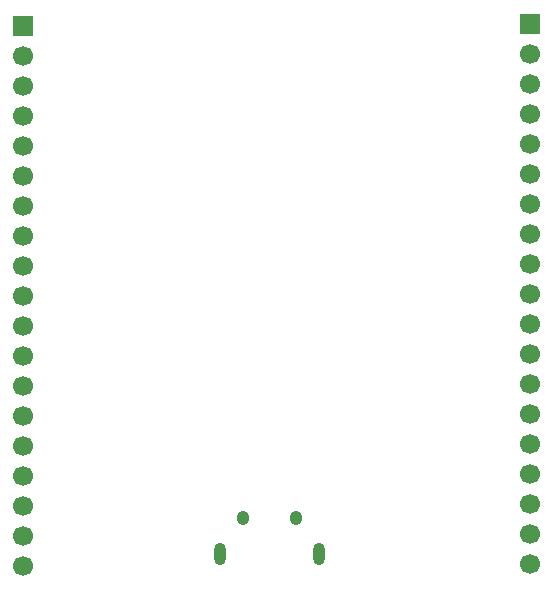
<source format=gbr>
%TF.GenerationSoftware,KiCad,Pcbnew,9.0.2*%
%TF.CreationDate,2025-07-05T23:34:38+05:30*%
%TF.ProjectId,_autosave-esp32devkitclone,5f617574-6f73-4617-9665-2d6573703332,rev?*%
%TF.SameCoordinates,Original*%
%TF.FileFunction,Soldermask,Bot*%
%TF.FilePolarity,Negative*%
%FSLAX46Y46*%
G04 Gerber Fmt 4.6, Leading zero omitted, Abs format (unit mm)*
G04 Created by KiCad (PCBNEW 9.0.2) date 2025-07-05 23:34:38*
%MOMM*%
%LPD*%
G01*
G04 APERTURE LIST*
%ADD10R,1.700000X1.700000*%
%ADD11C,1.700000*%
%ADD12O,1.000000X1.900000*%
%ADD13O,1.050000X1.250000*%
G04 APERTURE END LIST*
D10*
%TO.C,J2*%
X161960000Y-84540000D03*
D11*
X161960000Y-87080000D03*
X161960000Y-89620000D03*
X161960000Y-92160000D03*
X161960000Y-94700000D03*
X161960000Y-97240000D03*
X161960000Y-99780000D03*
X161960000Y-102320000D03*
X161960000Y-104860000D03*
X161960000Y-107400000D03*
X161960000Y-109940000D03*
X161960000Y-112480000D03*
X161960000Y-115020000D03*
X161960000Y-117560000D03*
X161960000Y-120100000D03*
X161960000Y-122640000D03*
X161960000Y-125180000D03*
X161960000Y-127720000D03*
X161960000Y-130260000D03*
%TD*%
D12*
%TO.C,J1*%
X178645000Y-129225000D03*
D13*
X180595000Y-126225000D03*
X185045000Y-126225000D03*
D12*
X186995000Y-129225000D03*
%TD*%
D10*
%TO.C,J3*%
X204880000Y-84360000D03*
D11*
X204880000Y-86900000D03*
X204880000Y-89440000D03*
X204880000Y-91980000D03*
X204880000Y-94520000D03*
X204880000Y-97060000D03*
X204880000Y-99600000D03*
X204880000Y-102140000D03*
X204880000Y-104680000D03*
X204880000Y-107220000D03*
X204880000Y-109760000D03*
X204880000Y-112300000D03*
X204880000Y-114840000D03*
X204880000Y-117380000D03*
X204880000Y-119920000D03*
X204880000Y-122460000D03*
X204880000Y-125000000D03*
X204880000Y-127540000D03*
X204880000Y-130080000D03*
%TD*%
M02*

</source>
